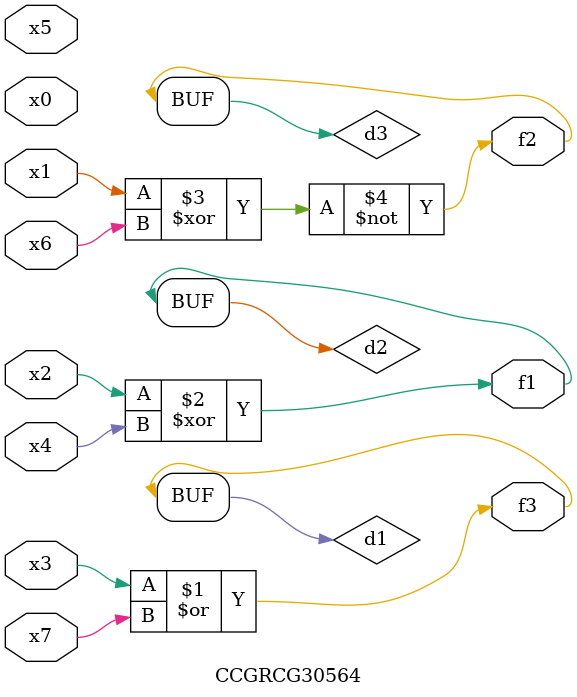
<source format=v>
module CCGRCG30564(
	input x0, x1, x2, x3, x4, x5, x6, x7,
	output f1, f2, f3
);

	wire d1, d2, d3;

	or (d1, x3, x7);
	xor (d2, x2, x4);
	xnor (d3, x1, x6);
	assign f1 = d2;
	assign f2 = d3;
	assign f3 = d1;
endmodule

</source>
